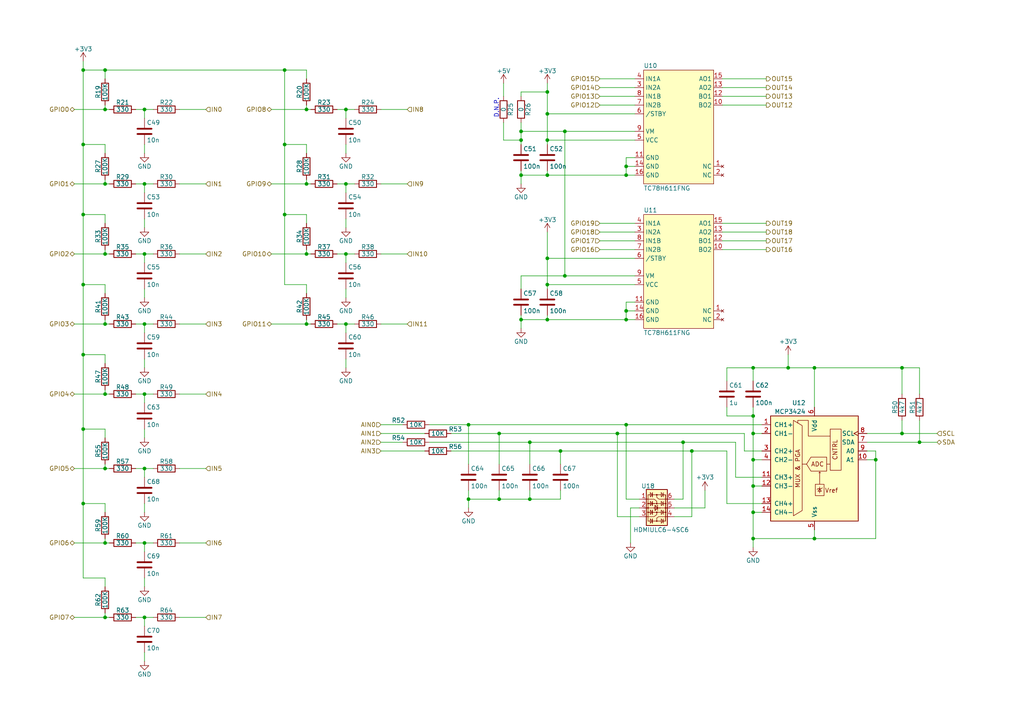
<source format=kicad_sch>
(kicad_sch (version 20211123) (generator eeschema)
  (paper "A4")
  (title_block (title "FlightSimController") (date "2022-12-05") (rev "A") (company "https://github.com/peterheinrich/FlightSimController") (comment 4 "License: CERN-OHL-P v2"))
  (lib_symbols
    (symbol "Analog_ADC:MCP3424" (pin_names (offset 1.016))
      (property "Reference" "U" (at -2.54 11.43 0))
      (property "Value" "MCP3424" (at -2.54 8.89 0))
      (symbol "MCP3424_0_0"
        (text "ADC" (at 0.889 -6.35 0) (effects (font (size 1.27 1.27))))
        (text "CNTRL" (at 6.731 -5.207 900) (effects (font (size 1.27 1.27)) (justify left bottom)))
        (text "MUX & PGA" (at -4.826 -7.62 900) (effects (font (size 1.27 1.27))))
        (text "Vref" (at 4.953 -13.97 0) (effects (font (size 1.27 1.27))))
      )
      (symbol "MCP3424_1_1"
        (pin input line (at -15.24 5.08 0) (length 2.54) (name "CH1+") (number "1"))
        (pin input line (at 15.24 -5.08 180) (length 2.54) (name "A1") (number "10"))
        (pin input line (at -15.24 -10.16 0) (length 2.54) (name "CH3+") (number "11"))
        (pin input line (at -15.24 -12.7 0) (length 2.54) (name "CH3-") (number "12"))
        (pin input line (at -15.24 -17.78 0) (length 2.54) (name "CH4+") (number "13"))
        (pin input line (at -15.24 -20.32 0) (length 2.54) (name "CH4-") (number "14"))
        (pin input line (at -15.24 2.54 0) (length 2.54) (name "CH1-") (number "2"))
        (pin input line (at -15.24 -2.54 0) (length 2.54) (name "CH2+") (number "3"))
        (pin input line (at -15.24 -5.08 0) (length 2.54) (name "CH2-") (number "4"))
        (pin power_in line (at 0 -25.4 90) (length 2.54) (name "Vss") (number "5"))
        (pin power_in line (at 0 10.16 270) (length 2.54) (name "Vdd") (number "6"))
        (pin bidirectional line (at 15.24 0 180) (length 2.54) (name "SDA") (number "7"))
        (pin input clock (at 15.24 2.54 180) (length 2.54) (name "SCL") (number "8"))
        (pin input line (at 15.24 -2.54 180) (length 2.54) (name "A0") (number "9"))
      )
    )
    (symbol "Device:C" (pin_numbers hide) (pin_names (offset 0.254))
      (property "Reference" "C" (at 0.635 2.54 0))
      (property "Value" "C" (at 0.635 -2.54 0))
      (symbol "C_1_1"
        (pin passive line (at 0 3.81 270) (length 2.794) (name "~") (number "1"))
        (pin passive line (at 0 -3.81 90) (length 2.794) (name "~") (number "2"))
      )
    )
    (symbol "Device:R" (pin_numbers hide) (pin_names (offset 0))
      (property "Reference" "R" (at 2.032 0 90))
      (property "Value" "R" (at 0 0 90))
      (symbol "R_1_1"
        (pin passive line (at 0 3.81 270) (length 1.27) (name "~") (number "1"))
        (pin passive line (at 0 -3.81 90) (length 1.27) (name "~") (number "2"))
      )
    )
    (symbol "HDMIULC6:HDMIULC6-4SC6"
      (property "Reference" "U" (at -6.985 -2.54 0))
      (property "Value" "HDMIULC6-4SC6" (at 6.35 1.27 90))
      (symbol "HDMIULC6-4SC6_1_1"
        (pin passive line (at -2.54 -5.08 90) (length 2.54) (name "~") (number "1"))
        (pin passive line (at 0 -5.08 90) (length 2.54) (name "~") (number "2"))
        (pin passive line (at 2.54 -5.08 90) (length 2.54) (name "~") (number "3"))
        (pin passive line (at 2.54 5.08 270) (length 2.54) (name "~") (number "4"))
        (pin passive line (at 0 5.08 270) (length 2.54) (name "~") (number "5"))
        (pin passive line (at -2.54 5.08 270) (length 2.54) (name "~") (number "6"))
      )
    )
    (symbol "TC78H611FNG:TC78H611FNG"
      (property "Reference" "U" (at 0 1.27 0))
      (property "Value" "TC78H611FNG" (at 0 -34.29 0))
      (symbol "TC78H611FNG_1_1"
        (pin no_connect line (at 22.86 -27.94 180) (length 2.54) (name "NC") (number "1"))
        (pin output line (at 22.86 -10.16 180) (length 2.54) (name "BO2") (number "10"))
        (pin power_in line (at -2.54 -25.4 0) (length 2.54) (name "GND") (number "11"))
        (pin output line (at 22.86 -7.62 180) (length 2.54) (name "BO1") (number "12"))
        (pin output line (at 22.86 -5.08 180) (length 2.54) (name "AO2") (number "13"))
        (pin power_in line (at -2.54 -27.94 0) (length 2.54) (name "GND") (number "14"))
        (pin output line (at 22.86 -2.54 180) (length 2.54) (name "AO1") (number "15"))
        (pin power_in line (at -2.54 -30.48 0) (length 2.54) (name "GND") (number "16"))
        (pin no_connect line (at 22.86 -30.48 180) (length 2.54) (name "NC") (number "2"))
        (pin input line (at -2.54 -5.08 0) (length 2.54) (name "IN2A") (number "3"))
        (pin input line (at -2.54 -2.54 0) (length 2.54) (name "IN1A") (number "4"))
        (pin power_in line (at -2.54 -20.32 0) (length 2.54) (name "VCC") (number "5"))
        (pin input line (at -2.54 -12.7 0) (length 2.54) (name "/STBY") (number "6"))
        (pin input line (at -2.54 -10.16 0) (length 2.54) (name "IN2B") (number "7"))
        (pin input line (at -2.54 -7.62 0) (length 2.54) (name "IN1B") (number "8"))
        (pin power_in line (at -2.54 -17.78 0) (length 2.54) (name "VM") (number "9"))
      )
    )
    (symbol "power:+3V3" (power) (pin_names (offset 0))
      (property "Value" "+3V3" (at 0 3.556 0))
      (symbol "+3V3_1_1"
        (pin power_in line (at 0 0 90) (length 0) hide (name "+3V3") (number "1"))
      )
    )
    (symbol "power:+5V" (power) (pin_names (offset 0))
      (property "Value" "+5V" (at 0 3.556 0))
      (symbol "+5V_1_1"
        (pin power_in line (at 0 0 90) (length 0) hide (name "+5V") (number "1"))
      )
    )
    (symbol "power:GND" (power) (pin_names (offset 0))
      (property "Value" "GND" (at 0 -3.81 0))
      (symbol "GND_1_1"
        (pin power_in line (at 0 0 270) (length 0) hide (name "GND") (number "1"))
      )
    )
  )
  (junction (at 158.75 74.93))
  (junction (at 100.33 93.98))
  (junction (at 24.13 102.87))
  (junction (at 266.7 128.27))
  (junction (at 218.44 156.21))
  (junction (at 218.44 106.68))
  (junction (at 261.62 125.73))
  (junction (at 236.22 106.68))
  (junction (at 236.22 156.21))
  (junction (at 88.9 53.34))
  (junction (at 41.91 135.89))
  (junction (at 100.33 31.75))
  (junction (at 151.13 92.71))
  (junction (at 41.91 31.75))
  (junction (at 24.13 82.55))
  (junction (at 30.48 31.75))
  (junction (at 135.89 144.78))
  (junction (at 41.91 179.07))
  (junction (at 30.48 53.34))
  (junction (at 181.61 50.8))
  (junction (at 163.83 38.1))
  (junction (at 30.48 157.48))
  (junction (at 158.75 33.02))
  (junction (at 82.55 62.23))
  (junction (at 88.9 93.98))
  (junction (at 181.61 123.19))
  (junction (at 30.48 73.66))
  (junction (at 158.75 92.71))
  (junction (at 41.91 157.48))
  (junction (at 82.55 20.32))
  (junction (at 30.48 114.3))
  (junction (at 41.91 73.66))
  (junction (at 144.78 125.73))
  (junction (at 228.6 106.68))
  (junction (at 158.75 26.67))
  (junction (at 218.44 148.59))
  (junction (at 151.13 40.64))
  (junction (at 30.48 93.98))
  (junction (at 158.75 40.64))
  (junction (at 181.61 92.71))
  (junction (at 151.13 38.1))
  (junction (at 24.13 41.91))
  (junction (at 179.07 125.73))
  (junction (at 88.9 73.66))
  (junction (at 254 133.35))
  (junction (at 218.44 140.97))
  (junction (at 144.78 144.78))
  (junction (at 181.61 90.17))
  (junction (at 41.91 114.3))
  (junction (at 261.62 106.68))
  (junction (at 151.13 50.8))
  (junction (at 30.48 179.07))
  (junction (at 162.56 130.81))
  (junction (at 24.13 146.05))
  (junction (at 153.67 144.78))
  (junction (at 218.44 125.73))
  (junction (at 24.13 62.23))
  (junction (at 153.67 128.27))
  (junction (at 30.48 135.89))
  (junction (at 200.66 130.81))
  (junction (at 82.55 41.91))
  (junction (at 24.13 20.32))
  (junction (at 181.61 48.26))
  (junction (at 100.33 73.66))
  (junction (at 198.12 128.27))
  (junction (at 41.91 93.98))
  (junction (at 158.75 82.55))
  (junction (at 41.91 53.34))
  (junction (at 218.44 133.35))
  (junction (at 88.9 31.75))
  (junction (at 100.33 53.34))
  (junction (at 30.48 20.32))
  (junction (at 218.44 120.65))
  (junction (at 135.89 123.19))
  (junction (at 158.75 50.8))
  (junction (at 24.13 124.46))
  (junction (at 163.83 80.01))
  (wire (pts (xy 163.83 80.01) (xy 184.15 80.01)))
  (wire (pts (xy 195.58 147.32) (xy 204.47 147.32)))
  (wire (pts (xy 261.62 121.92) (xy 261.62 125.73)))
  (wire (pts (xy 110.49 123.19) (xy 116.84 123.19)))
  (wire (pts (xy 110.49 130.81) (xy 123.19 130.81)))
  (wire (pts (xy 41.91 135.89) (xy 41.91 138.43)))
  (wire (pts (xy 97.79 73.66) (xy 100.33 73.66)))
  (wire (pts (xy 41.91 31.75) (xy 41.91 34.29)))
  (wire (pts (xy 41.91 83.82) (xy 41.91 86.36)))
  (wire (pts (xy 24.13 102.87) (xy 30.48 102.87)))
  (wire (pts (xy 30.48 167.64) (xy 30.48 170.18)))
  (wire (pts (xy 41.91 179.07) (xy 41.91 181.61)))
  (wire (pts (xy 41.91 104.14) (xy 41.91 106.68)))
  (wire (pts (xy 41.91 157.48) (xy 44.45 157.48)))
  (wire (pts (xy 144.78 144.78) (xy 153.67 144.78)))
  (wire (pts (xy 158.75 33.02) (xy 184.15 33.02)))
  (wire (pts (xy 41.91 179.07) (xy 44.45 179.07)))
  (wire (pts (xy 181.61 48.26) (xy 181.61 50.8)))
  (wire (pts (xy 78.74 73.66) (xy 88.9 73.66)))
  (wire (pts (xy 254 156.21) (xy 236.22 156.21)))
  (wire (pts (xy 21.59 31.75) (xy 30.48 31.75)))
  (wire (pts (xy 158.75 82.55) (xy 158.75 83.82)))
  (wire (pts (xy 151.13 92.71) (xy 151.13 95.25)))
  (wire (pts (xy 24.13 41.91) (xy 30.48 41.91)))
  (wire (pts (xy 82.55 62.23) (xy 82.55 82.55)))
  (wire (pts (xy 41.91 114.3) (xy 41.91 116.84)))
  (wire (pts (xy 88.9 53.34) (xy 90.17 53.34)))
  (wire (pts (xy 24.13 146.05) (xy 24.13 167.64)))
  (wire (pts (xy 200.66 130.81) (xy 210.82 130.81)))
  (wire (pts (xy 198.12 128.27) (xy 213.36 128.27)))
  (wire (pts (xy 204.47 147.32) (xy 204.47 142.24)))
  (wire (pts (xy 228.6 102.87) (xy 228.6 106.68)))
  (wire (pts (xy 261.62 106.68) (xy 236.22 106.68)))
  (wire (pts (xy 52.07 135.89) (xy 59.69 135.89)))
  (wire (pts (xy 209.55 69.85) (xy 222.25 69.85)))
  (wire (pts (xy 30.48 53.34) (xy 31.75 53.34)))
  (wire (pts (xy 135.89 144.78) (xy 144.78 144.78)))
  (wire (pts (xy 228.6 106.68) (xy 236.22 106.68)))
  (wire (pts (xy 209.55 22.86) (xy 222.25 22.86)))
  (wire (pts (xy 52.07 73.66) (xy 59.69 73.66)))
  (wire (pts (xy 41.91 73.66) (xy 44.45 73.66)))
  (wire (pts (xy 210.82 146.05) (xy 210.82 130.81)))
  (wire (pts (xy 21.59 53.34) (xy 30.48 53.34)))
  (wire (pts (xy 100.33 53.34) (xy 100.33 55.88)))
  (wire (pts (xy 135.89 123.19) (xy 135.89 134.62)))
  (wire (pts (xy 110.49 128.27) (xy 116.84 128.27)))
  (wire (pts (xy 200.66 149.86) (xy 200.66 130.81)))
  (wire (pts (xy 251.46 125.73) (xy 261.62 125.73)))
  (wire (pts (xy 151.13 38.1) (xy 151.13 40.64)))
  (wire (pts (xy 198.12 144.78) (xy 198.12 128.27)))
  (wire (pts (xy 266.7 128.27) (xy 271.78 128.27)))
  (wire (pts (xy 41.91 114.3) (xy 44.45 114.3)))
  (wire (pts (xy 30.48 31.75) (xy 31.75 31.75)))
  (wire (pts (xy 30.48 148.59) (xy 30.48 146.05)))
  (wire (pts (xy 251.46 128.27) (xy 266.7 128.27)))
  (wire (pts (xy 158.75 24.13) (xy 158.75 26.67)))
  (wire (pts (xy 24.13 146.05) (xy 30.48 146.05)))
  (wire (pts (xy 218.44 140.97) (xy 218.44 148.59)))
  (wire (pts (xy 100.33 31.75) (xy 100.33 34.29)))
  (wire (pts (xy 82.55 41.91) (xy 82.55 62.23)))
  (wire (pts (xy 100.33 83.82) (xy 100.33 86.36)))
  (wire (pts (xy 30.48 114.3) (xy 31.75 114.3)))
  (wire (pts (xy 30.48 92.71) (xy 30.48 93.98)))
  (wire (pts (xy 41.91 146.05) (xy 41.91 148.59)))
  (wire (pts (xy 88.9 93.98) (xy 90.17 93.98)))
  (wire (pts (xy 41.91 73.66) (xy 41.91 76.2)))
  (wire (pts (xy 151.13 80.01) (xy 163.83 80.01)))
  (wire (pts (xy 110.49 125.73) (xy 123.19 125.73)))
  (wire (pts (xy 162.56 142.24) (xy 162.56 144.78)))
  (wire (pts (xy 41.91 93.98) (xy 41.91 96.52)))
  (wire (pts (xy 39.37 31.75) (xy 41.91 31.75)))
  (wire (pts (xy 82.55 20.32) (xy 88.9 20.32)))
  (wire (pts (xy 30.48 20.32) (xy 82.55 20.32)))
  (wire (pts (xy 158.75 40.64) (xy 158.75 41.91)))
  (wire (pts (xy 82.55 41.91) (xy 88.9 41.91)))
  (wire (pts (xy 210.82 120.65) (xy 218.44 120.65)))
  (wire (pts (xy 30.48 93.98) (xy 31.75 93.98)))
  (wire (pts (xy 30.48 135.89) (xy 31.75 135.89)))
  (wire (pts (xy 21.59 114.3) (xy 30.48 114.3)))
  (wire (pts (xy 30.48 30.48) (xy 30.48 31.75)))
  (wire (pts (xy 162.56 130.81) (xy 162.56 134.62)))
  (wire (pts (xy 158.75 74.93) (xy 184.15 74.93)))
  (wire (pts (xy 100.33 73.66) (xy 100.33 76.2)))
  (wire (pts (xy 30.48 22.86) (xy 30.48 20.32)))
  (wire (pts (xy 130.81 130.81) (xy 162.56 130.81)))
  (wire (pts (xy 220.98 138.43) (xy 213.36 138.43)))
  (wire (pts (xy 21.59 135.89) (xy 30.48 135.89)))
  (wire (pts (xy 209.55 64.77) (xy 222.25 64.77)))
  (wire (pts (xy 41.91 53.34) (xy 44.45 53.34)))
  (wire (pts (xy 88.9 73.66) (xy 90.17 73.66)))
  (wire (pts (xy 146.05 35.56) (xy 146.05 40.64)))
  (wire (pts (xy 24.13 17.78) (xy 24.13 20.32)))
  (wire (pts (xy 181.61 123.19) (xy 220.98 123.19)))
  (wire (pts (xy 21.59 157.48) (xy 30.48 157.48)))
  (wire (pts (xy 24.13 62.23) (xy 24.13 82.55)))
  (wire (pts (xy 41.91 167.64) (xy 41.91 170.18)))
  (wire (pts (xy 41.91 135.89) (xy 44.45 135.89)))
  (wire (pts (xy 52.07 114.3) (xy 59.69 114.3)))
  (wire (pts (xy 24.13 82.55) (xy 30.48 82.55)))
  (wire (pts (xy 158.75 40.64) (xy 184.15 40.64)))
  (wire (pts (xy 88.9 82.55) (xy 88.9 85.09)))
  (wire (pts (xy 100.33 93.98) (xy 100.33 96.52)))
  (wire (pts (xy 254 130.81) (xy 254 133.35)))
  (wire (pts (xy 30.48 85.09) (xy 30.48 82.55)))
  (wire (pts (xy 30.48 44.45) (xy 30.48 41.91)))
  (wire (pts (xy 213.36 138.43) (xy 213.36 128.27)))
  (wire (pts (xy 195.58 144.78) (xy 198.12 144.78)))
  (wire (pts (xy 266.7 106.68) (xy 261.62 106.68)))
  (wire (pts (xy 151.13 80.01) (xy 151.13 83.82)))
  (wire (pts (xy 179.07 125.73) (xy 215.9 125.73)))
  (wire (pts (xy 218.44 106.68) (xy 218.44 110.49)))
  (wire (pts (xy 209.55 30.48) (xy 222.25 30.48)))
  (wire (pts (xy 173.99 64.77) (xy 184.15 64.77)))
  (wire (pts (xy 173.99 69.85) (xy 184.15 69.85)))
  (wire (pts (xy 110.49 31.75) (xy 118.11 31.75)))
  (wire (pts (xy 181.61 144.78) (xy 181.61 123.19)))
  (wire (pts (xy 41.91 189.23) (xy 41.91 191.77)))
  (wire (pts (xy 236.22 106.68) (xy 236.22 118.11)))
  (wire (pts (xy 209.55 72.39) (xy 222.25 72.39)))
  (wire (pts (xy 218.44 148.59) (xy 218.44 156.21)))
  (wire (pts (xy 218.44 140.97) (xy 220.98 140.97)))
  (wire (pts (xy 39.37 114.3) (xy 41.91 114.3)))
  (wire (pts (xy 24.13 20.32) (xy 30.48 20.32)))
  (wire (pts (xy 153.67 144.78) (xy 162.56 144.78)))
  (wire (pts (xy 151.13 50.8) (xy 151.13 53.34)))
  (wire (pts (xy 135.89 144.78) (xy 135.89 147.32)))
  (wire (pts (xy 88.9 62.23) (xy 88.9 64.77)))
  (wire (pts (xy 39.37 179.07) (xy 41.91 179.07)))
  (wire (pts (xy 163.83 38.1) (xy 184.15 38.1)))
  (wire (pts (xy 30.48 127) (xy 30.48 124.46)))
  (wire (pts (xy 173.99 72.39) (xy 184.15 72.39)))
  (wire (pts (xy 88.9 72.39) (xy 88.9 73.66)))
  (wire (pts (xy 162.56 130.81) (xy 200.66 130.81)))
  (wire (pts (xy 30.48 52.07) (xy 30.48 53.34)))
  (wire (pts (xy 24.13 41.91) (xy 24.13 62.23)))
  (wire (pts (xy 215.9 125.73) (xy 215.9 130.81)))
  (wire (pts (xy 88.9 52.07) (xy 88.9 53.34)))
  (wire (pts (xy 173.99 27.94) (xy 184.15 27.94)))
  (wire (pts (xy 210.82 118.11) (xy 210.82 120.65)))
  (wire (pts (xy 184.15 90.17) (xy 181.61 90.17)))
  (wire (pts (xy 184.15 45.72) (xy 181.61 45.72)))
  (wire (pts (xy 144.78 125.73) (xy 144.78 134.62)))
  (wire (pts (xy 52.07 31.75) (xy 59.69 31.75)))
  (wire (pts (xy 39.37 53.34) (xy 41.91 53.34)))
  (wire (pts (xy 39.37 93.98) (xy 41.91 93.98)))
  (wire (pts (xy 236.22 153.67) (xy 236.22 156.21)))
  (wire (pts (xy 261.62 114.3) (xy 261.62 106.68)))
  (wire (pts (xy 135.89 123.19) (xy 181.61 123.19)))
  (wire (pts (xy 151.13 35.56) (xy 151.13 38.1)))
  (wire (pts (xy 151.13 92.71) (xy 158.75 92.71)))
  (wire (pts (xy 218.44 106.68) (xy 228.6 106.68)))
  (wire (pts (xy 181.61 45.72) (xy 181.61 48.26)))
  (wire (pts (xy 24.13 20.32) (xy 24.13 41.91)))
  (wire (pts (xy 52.07 179.07) (xy 59.69 179.07)))
  (wire (pts (xy 88.9 20.32) (xy 88.9 22.86)))
  (wire (pts (xy 88.9 31.75) (xy 90.17 31.75)))
  (wire (pts (xy 220.98 146.05) (xy 210.82 146.05)))
  (wire (pts (xy 78.74 31.75) (xy 88.9 31.75)))
  (wire (pts (xy 151.13 91.44) (xy 151.13 92.71)))
  (wire (pts (xy 218.44 148.59) (xy 220.98 148.59)))
  (wire (pts (xy 218.44 133.35) (xy 220.98 133.35)))
  (wire (pts (xy 88.9 41.91) (xy 88.9 44.45)))
  (wire (pts (xy 158.75 82.55) (xy 184.15 82.55)))
  (wire (pts (xy 266.7 114.3) (xy 266.7 106.68)))
  (wire (pts (xy 181.61 90.17) (xy 181.61 92.71)))
  (wire (pts (xy 110.49 93.98) (xy 118.11 93.98)))
  (wire (pts (xy 209.55 27.94) (xy 222.25 27.94)))
  (wire (pts (xy 78.74 53.34) (xy 88.9 53.34)))
  (wire (pts (xy 110.49 53.34) (xy 118.11 53.34)))
  (wire (pts (xy 195.58 149.86) (xy 200.66 149.86)))
  (wire (pts (xy 21.59 73.66) (xy 30.48 73.66)))
  (wire (pts (xy 158.75 67.31) (xy 158.75 74.93)))
  (wire (pts (xy 251.46 133.35) (xy 254 133.35)))
  (wire (pts (xy 151.13 40.64) (xy 151.13 41.91)))
  (wire (pts (xy 218.44 133.35) (xy 218.44 140.97)))
  (wire (pts (xy 218.44 120.65) (xy 218.44 125.73)))
  (wire (pts (xy 130.81 125.73) (xy 144.78 125.73)))
  (wire (pts (xy 41.91 93.98) (xy 44.45 93.98)))
  (wire (pts (xy 21.59 179.07) (xy 30.48 179.07)))
  (wire (pts (xy 151.13 49.53) (xy 151.13 50.8)))
  (wire (pts (xy 218.44 118.11) (xy 218.44 120.65)))
  (wire (pts (xy 184.15 87.63) (xy 181.61 87.63)))
  (wire (pts (xy 41.91 31.75) (xy 44.45 31.75)))
  (wire (pts (xy 30.48 157.48) (xy 31.75 157.48)))
  (wire (pts (xy 97.79 31.75) (xy 100.33 31.75)))
  (wire (pts (xy 151.13 26.67) (xy 151.13 27.94)))
  (wire (pts (xy 182.88 147.32) (xy 185.42 147.32)))
  (wire (pts (xy 158.75 91.44) (xy 158.75 92.71)))
  (wire (pts (xy 251.46 130.81) (xy 254 130.81)))
  (wire (pts (xy 97.79 53.34) (xy 100.33 53.34)))
  (wire (pts (xy 209.55 67.31) (xy 222.25 67.31)))
  (wire (pts (xy 21.59 93.98) (xy 30.48 93.98)))
  (wire (pts (xy 135.89 142.24) (xy 135.89 144.78)))
  (wire (pts (xy 173.99 67.31) (xy 184.15 67.31)))
  (wire (pts (xy 151.13 38.1) (xy 163.83 38.1)))
  (wire (pts (xy 182.88 157.48) (xy 182.88 147.32)))
  (wire (pts (xy 218.44 156.21) (xy 218.44 158.75)))
  (wire (pts (xy 144.78 142.24) (xy 144.78 144.78)))
  (wire (pts (xy 144.78 125.73) (xy 179.07 125.73)))
  (wire (pts (xy 82.55 62.23) (xy 88.9 62.23)))
  (wire (pts (xy 218.44 156.21) (xy 236.22 156.21)))
  (wire (pts (xy 173.99 25.4) (xy 184.15 25.4)))
  (wire (pts (xy 100.33 63.5) (xy 100.33 66.04)))
  (wire (pts (xy 82.55 20.32) (xy 82.55 41.91)))
  (wire (pts (xy 185.42 144.78) (xy 181.61 144.78)))
  (wire (pts (xy 181.61 92.71) (xy 184.15 92.71)))
  (wire (pts (xy 30.48 179.07) (xy 31.75 179.07)))
  (wire (pts (xy 209.55 25.4) (xy 222.25 25.4)))
  (wire (pts (xy 100.33 53.34) (xy 102.87 53.34)))
  (wire (pts (xy 100.33 93.98) (xy 102.87 93.98)))
  (wire (pts (xy 261.62 125.73) (xy 271.78 125.73)))
  (wire (pts (xy 24.13 62.23) (xy 30.48 62.23)))
  (wire (pts (xy 24.13 167.64) (xy 30.48 167.64)))
  (wire (pts (xy 100.33 73.66) (xy 102.87 73.66)))
  (wire (pts (xy 181.61 87.63) (xy 181.61 90.17)))
  (wire (pts (xy 24.13 124.46) (xy 24.13 146.05)))
  (wire (pts (xy 41.91 53.34) (xy 41.91 55.88)))
  (wire (pts (xy 266.7 121.92) (xy 266.7 128.27)))
  (wire (pts (xy 158.75 92.71) (xy 181.61 92.71)))
  (wire (pts (xy 100.33 104.14) (xy 100.33 106.68)))
  (wire (pts (xy 173.99 30.48) (xy 184.15 30.48)))
  (wire (pts (xy 158.75 33.02) (xy 158.75 40.64)))
  (wire (pts (xy 41.91 41.91) (xy 41.91 44.45)))
  (wire (pts (xy 153.67 128.27) (xy 153.67 134.62)))
  (wire (pts (xy 30.48 64.77) (xy 30.48 62.23)))
  (wire (pts (xy 124.46 128.27) (xy 153.67 128.27)))
  (wire (pts (xy 158.75 26.67) (xy 158.75 33.02)))
  (wire (pts (xy 146.05 24.13) (xy 146.05 27.94)))
  (wire (pts (xy 78.74 93.98) (xy 88.9 93.98)))
  (wire (pts (xy 158.75 49.53) (xy 158.75 50.8)))
  (wire (pts (xy 179.07 125.73) (xy 179.07 149.86)))
  (wire (pts (xy 41.91 63.5) (xy 41.91 66.04)))
  (wire (pts (xy 39.37 135.89) (xy 41.91 135.89)))
  (wire (pts (xy 30.48 73.66) (xy 31.75 73.66)))
  (wire (pts (xy 52.07 157.48) (xy 59.69 157.48)))
  (wire (pts (xy 220.98 125.73) (xy 218.44 125.73)))
  (wire (pts (xy 124.46 123.19) (xy 135.89 123.19)))
  (wire (pts (xy 153.67 142.24) (xy 153.67 144.78)))
  (wire (pts (xy 185.42 149.86) (xy 179.07 149.86)))
  (wire (pts (xy 30.48 177.8) (xy 30.48 179.07)))
  (wire (pts (xy 52.07 93.98) (xy 59.69 93.98)))
  (wire (pts (xy 30.48 113.03) (xy 30.48 114.3)))
  (wire (pts (xy 151.13 50.8) (xy 158.75 50.8)))
  (wire (pts (xy 163.83 38.1) (xy 163.83 80.01)))
  (wire (pts (xy 39.37 157.48) (xy 41.91 157.48)))
  (wire (pts (xy 158.75 50.8) (xy 181.61 50.8)))
  (wire (pts (xy 88.9 92.71) (xy 88.9 93.98)))
  (wire (pts (xy 97.79 93.98) (xy 100.33 93.98)))
  (wire (pts (xy 24.13 82.55) (xy 24.13 102.87)))
  (wire (pts (xy 24.13 124.46) (xy 30.48 124.46)))
  (wire (pts (xy 30.48 156.21) (xy 30.48 157.48)))
  (wire (pts (xy 158.75 26.67) (xy 151.13 26.67)))
  (wire (pts (xy 210.82 106.68) (xy 218.44 106.68)))
  (wire (pts (xy 254 133.35) (xy 254 156.21)))
  (wire (pts (xy 218.44 125.73) (xy 218.44 133.35)))
  (wire (pts (xy 41.91 157.48) (xy 41.91 160.02)))
  (wire (pts (xy 173.99 22.86) (xy 184.15 22.86)))
  (wire (pts (xy 30.48 105.41) (xy 30.48 102.87)))
  (wire (pts (xy 30.48 72.39) (xy 30.48 73.66)))
  (wire (pts (xy 52.07 53.34) (xy 59.69 53.34)))
  (wire (pts (xy 41.91 124.46) (xy 41.91 127)))
  (wire (pts (xy 110.49 73.66) (xy 118.11 73.66)))
  (wire (pts (xy 88.9 30.48) (xy 88.9 31.75)))
  (wire (pts (xy 24.13 102.87) (xy 24.13 124.46)))
  (wire (pts (xy 100.33 31.75) (xy 102.87 31.75)))
  (wire (pts (xy 39.37 73.66) (xy 41.91 73.66)))
  (wire (pts (xy 158.75 74.93) (xy 158.75 82.55)))
  (wire (pts (xy 146.05 40.64) (xy 151.13 40.64)))
  (wire (pts (xy 153.67 128.27) (xy 198.12 128.27)))
  (wire (pts (xy 215.9 130.81) (xy 220.98 130.81)))
  (wire (pts (xy 184.15 48.26) (xy 181.61 48.26)))
  (wire (pts (xy 100.33 41.91) (xy 100.33 44.45)))
  (wire (pts (xy 82.55 82.55) (xy 88.9 82.55)))
  (wire (pts (xy 30.48 134.62) (xy 30.48 135.89)))
  (wire (pts (xy 181.61 50.8) (xy 184.15 50.8)))
  (wire (pts (xy 210.82 106.68) (xy 210.82 110.49)))
  (text "D.N.P." (at 144.78 34.29 90) (effects (font (size 1.27 1.27)) (justify left bottom)))
  (hierarchical_label "GPIO14" (shape input) (at 173.99 25.4 180))
  (hierarchical_label "GPIO16" (shape input) (at 173.99 72.39 180))
  (hierarchical_label "GPIO5" (shape bidirectional) (at 21.59 135.89 180))
  (hierarchical_label "GPIO7" (shape bidirectional) (at 21.59 179.07 180))
  (hierarchical_label "GPIO12" (shape input) (at 173.99 30.48 180))
  (hierarchical_label "AIN0" (shape input) (at 110.49 123.19 180))
  (hierarchical_label "OUT18" (shape output) (at 222.25 67.31 0))
  (hierarchical_label "AIN3" (shape input) (at 110.49 130.81 180))
  (hierarchical_label "IN10" (shape input) (at 118.11 73.66 0))
  (hierarchical_label "OUT17" (shape output) (at 222.25 69.85 0))
  (hierarchical_label "OUT15" (shape output) (at 222.25 22.86 0))
  (hierarchical_label "GPIO13" (shape input) (at 173.99 27.94 180))
  (hierarchical_label "IN0" (shape input) (at 59.69 31.75 0))
  (hierarchical_label "AIN1" (shape input) (at 110.49 125.73 180))
  (hierarchical_label "AIN2" (shape input) (at 110.49 128.27 180))
  (hierarchical_label "GPIO11" (shape bidirectional) (at 78.74 93.98 180))
  (hierarchical_label "GPIO0" (shape bidirectional) (at 21.59 31.75 180))
  (hierarchical_label "GPIO1" (shape bidirectional) (at 21.59 53.34 180))
  (hierarchical_label "OUT13" (shape output) (at 222.25 27.94 0))
  (hierarchical_label "IN6" (shape input) (at 59.69 157.48 0))
  (hierarchical_label "GPIO17" (shape input) (at 173.99 69.85 180))
  (hierarchical_label "IN11" (shape input) (at 118.11 93.98 0))
  (hierarchical_label "IN3" (shape input) (at 59.69 93.98 0))
  (hierarchical_label "GPIO6" (shape bidirectional) (at 21.59 157.48 180))
  (hierarchical_label "IN4" (shape input) (at 59.69 114.3 0))
  (hierarchical_label "OUT16" (shape output) (at 222.25 72.39 0))
  (hierarchical_label "GPIO9" (shape bidirectional) (at 78.74 53.34 180))
  (hierarchical_label "IN1" (shape input) (at 59.69 53.34 0))
  (hierarchical_label "IN9" (shape input) (at 118.11 53.34 0))
  (hierarchical_label "SDA" (shape bidirectional) (at 271.78 128.27 0))
  (hierarchical_label "GPIO10" (shape bidirectional) (at 78.74 73.66 180))
  (hierarchical_label "OUT19" (shape output) (at 222.25 64.77 0))
  (hierarchical_label "IN7" (shape input) (at 59.69 179.07 0))
  (hierarchical_label "IN2" (shape input) (at 59.69 73.66 0))
  (hierarchical_label "GPIO8" (shape bidirectional) (at 78.74 31.75 180))
  (hierarchical_label "SCL" (shape input) (at 271.78 125.73 0))
  (hierarchical_label "GPIO18" (shape input) (at 173.99 67.31 180))
  (hierarchical_label "OUT12" (shape output) (at 222.25 30.48 0))
  (hierarchical_label "GPIO15" (shape input) (at 173.99 22.86 180))
  (hierarchical_label "GPIO19" (shape input) (at 173.99 64.77 180))
  (hierarchical_label "IN5" (shape input) (at 59.69 135.89 0))
  (hierarchical_label "GPIO4" (shape bidirectional) (at 21.59 114.3 180))
  (hierarchical_label "GPIO3" (shape bidirectional) (at 21.59 93.98 180))
  (hierarchical_label "IN8" (shape input) (at 118.11 31.75 0))
  (hierarchical_label "GPIO2" (shape bidirectional) (at 21.59 73.66 180))
  (hierarchical_label "OUT14" (shape output) (at 222.25 25.4 0))
  (symbol (lib_id "power:+5V") (at 146.05 24.13 0) (unit 1)
    (property "Reference" "#PWR067" (effects hide))
    (property "Value" "+5V" (at 146.05 20.574 0))
  )
  (symbol (lib_id "power:GND") (at 151.13 53.34 0) (unit 1)
    (property "Reference" "#PWR073" (effects hide))
    (property "Value" "GND" (at 151.13 57.15 0))
  )
  (symbol (lib_id "power:GND") (at 100.33 86.36 0) (unit 1)
    (property "Reference" "#PWR082" (effects hide))
    (property "Value" "GND" (at 100.33 90.17 0))
  )
  (symbol (lib_id "TC78H611FNG:TC78H611FNG") (at 186.69 20.32 0) (unit 1)
    (property "Reference" "U10" (at 186.69 19.05 0) (effects (justify left)))
    (property "Value" "TC78H611FNG" (at 186.69 54.61 0) (effects (justify left)))
    (property "Footprint" "Package_SO:TSSOP-16_4.4x5mm_P0.65mm" (effects hide))
    (property "MPN" "TC78H611FNG(O,EL)" (effects hide))
    (property "ON_FARNELL" "3869998" (effects hide))
  )
  (symbol (lib_id "Device:C") (at 41.91 80.01 0) (unit 1)
    (property "Reference" "C55" (at 42.545 77.47 0) (effects (justify left)))
    (property "Value" "10n" (at 42.545 82.55 0) (effects (justify left)))
    (property "Footprint" "Capacitor_SMD:C_0603_1608Metric_Pad1.08x0.95mm_HandSolder" (effects hide))
    (property "MPN" "CC0603KRX7R9BB103" (effects hide))
    (property "ON_FARNELL" "722236" (effects hide))
  )
  (symbol (lib_id "Device:C") (at 41.91 120.65 0) (unit 1)
    (property "Reference" "C63" (at 42.545 118.11 0) (effects (justify left)))
    (property "Value" "10n" (at 42.545 123.19 0) (effects (justify left)))
    (property "Footprint" "Capacitor_SMD:C_0603_1608Metric_Pad1.08x0.95mm_HandSolder" (effects hide))
    (property "MPN" "CC0603KRX7R9BB103" (effects hide))
    (property "ON_FARNELL" "722236" (effects hide))
  )
  (symbol (lib_id "Device:C") (at 162.56 138.43 0) (unit 1)
    (property "Reference" "C67" (at 163.195 135.89 0) (effects (justify left)))
    (property "Value" "100n" (at 163.195 140.97 0) (effects (justify left)))
    (property "Footprint" "Capacitor_SMD:C_0603_1608Metric_Pad1.08x0.95mm_HandSolder" (effects hide))
    (property "MPN" "C0603C104K4RACTU" (effects hide))
    (property "ON_FARNELL" "1414610" (effects hide))
  )
  (symbol (lib_id "Device:R") (at 127 125.73 90) (unit 1)
    (property "Reference" "R53" (at 132.08 124.46 90))
    (property "Value" "10K" (at 127 125.73 90))
    (property "Footprint" "Resistor_SMD:R_0603_1608Metric_Pad0.98x0.95mm_HandSolder" (effects hide))
    (property "MPN" "RC0603FR-0710KL" (effects hide))
    (property "ON_FARNELL" "9238603" (effects hide))
  )
  (symbol (lib_id "Device:R") (at 106.68 73.66 90) (unit 1)
    (property "Reference" "R38" (at 106.68 71.628 90))
    (property "Value" "330" (at 106.68 73.66 90))
    (property "Footprint" "Resistor_SMD:R_0603_1608Metric_Pad0.98x0.95mm_HandSolder" (effects hide))
    (property "MPN" "RC0603FR-07330RL" (effects hide))
    (property "ON_FARNELL" "9238425" (effects hide))
  )
  (symbol (lib_id "Device:C") (at 100.33 59.69 0) (unit 1)
    (property "Reference" "C54" (at 100.965 57.15 0) (effects (justify left)))
    (property "Value" "10n" (at 100.965 62.23 0) (effects (justify left)))
    (property "Footprint" "Capacitor_SMD:C_0603_1608Metric_Pad1.08x0.95mm_HandSolder" (effects hide))
    (property "MPN" "CC0603KRX7R9BB103" (effects hide))
    (property "ON_FARNELL" "722236" (effects hide))
  )
  (symbol (lib_id "Device:R") (at 30.48 48.26 180) (unit 1)
    (property "Reference" "R27" (at 28.448 48.26 90))
    (property "Value" "100K" (at 30.48 48.26 90))
    (property "Footprint" "Resistor_SMD:R_0603_1608Metric_Pad0.98x0.95mm_HandSolder" (effects hide))
    (property "MPN" "RC0603FR-13100KL" (effects hide))
    (property "ON_FARNELL" "2309107" (effects hide))
  )
  (symbol (lib_id "Device:R") (at 120.65 123.19 90) (unit 1)
    (property "Reference" "R52" (at 115.57 121.92 90))
    (property "Value" "10K" (at 120.65 123.19 90))
    (property "Footprint" "Resistor_SMD:R_0603_1608Metric_Pad0.98x0.95mm_HandSolder" (effects hide))
    (property "MPN" "RC0603FR-0710KL" (effects hide))
    (property "ON_FARNELL" "9238603" (effects hide))
  )
  (symbol (lib_id "Device:R") (at 48.26 179.07 90) (unit 1)
    (property "Reference" "R64" (at 48.26 177.038 90))
    (property "Value" "330" (at 48.26 179.07 90))
    (property "Footprint" "Resistor_SMD:R_0603_1608Metric_Pad0.98x0.95mm_HandSolder" (effects hide))
    (property "MPN" "RC0603FR-07330RL" (effects hide))
    (property "ON_FARNELL" "9238425" (effects hide))
  )
  (symbol (lib_id "power:GND") (at 41.91 44.45 0) (unit 1)
    (property "Reference" "#PWR069" (effects hide))
    (property "Value" "GND" (at 41.91 48.26 0))
  )
  (symbol (lib_id "Device:R") (at 35.56 157.48 90) (unit 1)
    (property "Reference" "R60" (at 35.56 155.448 90))
    (property "Value" "330" (at 35.56 157.48 90))
    (property "Footprint" "Resistor_SMD:R_0603_1608Metric_Pad0.98x0.95mm_HandSolder" (effects hide))
    (property "MPN" "RC0603FR-07330RL" (effects hide))
    (property "ON_FARNELL" "9238425" (effects hide))
  )
  (symbol (lib_id "Device:R") (at 48.26 73.66 90) (unit 1)
    (property "Reference" "R36" (at 48.26 71.628 90))
    (property "Value" "330" (at 48.26 73.66 90))
    (property "Footprint" "Resistor_SMD:R_0603_1608Metric_Pad0.98x0.95mm_HandSolder" (effects hide))
    (property "MPN" "RC0603FR-07330RL" (effects hide))
    (property "ON_FARNELL" "9238425" (effects hide))
  )
  (symbol (lib_id "power:GND") (at 41.91 191.77 0) (unit 1)
    (property "Reference" "#PWR098" (effects hide))
    (property "Value" "GND" (at 41.91 195.58 0))
  )
  (symbol (lib_id "Device:R") (at 88.9 26.67 180) (unit 1)
    (property "Reference" "R20" (at 86.868 26.67 90))
    (property "Value" "100K" (at 88.9 26.67 90))
    (property "Footprint" "Resistor_SMD:R_0603_1608Metric_Pad0.98x0.95mm_HandSolder" (effects hide))
    (property "MPN" "RC0603FR-13100KL" (effects hide))
    (property "ON_FARNELL" "2309107" (effects hide))
  )
  (symbol (lib_id "Device:R") (at 261.62 118.11 180) (unit 1)
    (property "Reference" "R50" (at 259.588 118.11 90))
    (property "Value" "4k7" (at 261.62 118.11 90))
    (property "Footprint" "Resistor_SMD:R_0603_1608Metric_Pad0.98x0.95mm_HandSolder" (effects hide))
    (property "MPN" "RC0603FR-074K7P" (effects hide))
    (property "ON_FARNELL" "3951355" (effects hide))
  )
  (symbol (lib_id "power:GND") (at 41.91 127 0) (unit 1)
    (property "Reference" "#PWR090" (effects hide))
    (property "Value" "GND" (at 41.91 130.81 0))
  )
  (symbol (lib_id "HDMIULC6:HDMIULC6-4SC6") (at 190.5 147.32 270) (unit 1)
    (property "Reference" "U18" (at 187.96 140.97 90))
    (property "Value" "HDMIULC6-4SC6" (at 191.77 153.67 90))
    (property "Footprint" "Package_TO_SOT_SMD:SOT-23-6" (effects hide))
    (property "MPN" "HDMIULC6-4SC6" (effects hide))
    (property "ON_FARNELL" "1751962" (effects hide))
  )
  (symbol (lib_id "Device:R") (at 35.56 135.89 90) (unit 1)
    (property "Reference" "R57" (at 35.56 133.858 90))
    (property "Value" "330" (at 35.56 135.89 90))
    (property "Footprint" "Resistor_SMD:R_0603_1608Metric_Pad0.98x0.95mm_HandSolder" (effects hide))
    (property "MPN" "RC0603FR-07330RL" (effects hide))
    (property "ON_FARNELL" "9238425" (effects hide))
  )
  (symbol (lib_id "Device:C") (at 41.91 185.42 0) (unit 1)
    (property "Reference" "C70" (at 42.545 182.88 0) (effects (justify left)))
    (property "Value" "10n" (at 42.545 187.96 0) (effects (justify left)))
    (property "Footprint" "Capacitor_SMD:C_0603_1608Metric_Pad1.08x0.95mm_HandSolder" (effects hide))
    (property "MPN" "CC0603KRX7R9BB103" (effects hide))
    (property "ON_FARNELL" "722236" (effects hide))
  )
  (symbol (lib_id "Device:C") (at 41.91 100.33 0) (unit 1)
    (property "Reference" "C59" (at 42.545 97.79 0) (effects (justify left)))
    (property "Value" "10n" (at 42.545 102.87 0) (effects (justify left)))
    (property "Footprint" "Capacitor_SMD:C_0603_1608Metric_Pad1.08x0.95mm_HandSolder" (effects hide))
    (property "MPN" "CC0603KRX7R9BB103" (effects hide))
    (property "ON_FARNELL" "722236" (effects hide))
  )
  (symbol (lib_id "Device:R") (at 127 130.81 90) (unit 1)
    (property "Reference" "R56" (at 132.08 129.54 90))
    (property "Value" "10K" (at 127 130.81 90))
    (property "Footprint" "Resistor_SMD:R_0603_1608Metric_Pad0.98x0.95mm_HandSolder" (effects hide))
    (property "MPN" "RC0603FR-0710KL" (effects hide))
    (property "ON_FARNELL" "9238603" (effects hide))
  )
  (symbol (lib_id "power:GND") (at 41.91 86.36 0) (unit 1)
    (property "Reference" "#PWR080" (effects hide))
    (property "Value" "GND" (at 41.91 90.17 0))
  )
  (symbol (lib_id "power:+3V3") (at 158.75 67.31 0) (unit 1)
    (property "Reference" "#PWR0110" (effects hide))
    (property "Value" "+3V3" (at 158.75 63.754 0))
  )
  (symbol (lib_id "Device:R") (at 88.9 68.58 180) (unit 1)
    (property "Reference" "R34" (at 86.868 68.58 90))
    (property "Value" "100K" (at 88.9 68.58 90))
    (property "Footprint" "Resistor_SMD:R_0603_1608Metric_Pad0.98x0.95mm_HandSolder" (effects hide))
    (property "MPN" "RC0603FR-13100KL" (effects hide))
    (property "ON_FARNELL" "2309107" (effects hide))
  )
  (symbol (lib_id "Device:R") (at 30.48 26.67 180) (unit 1)
    (property "Reference" "R19" (at 28.448 26.67 90))
    (property "Value" "100K" (at 30.48 26.67 90))
    (property "Footprint" "Resistor_SMD:R_0603_1608Metric_Pad0.98x0.95mm_HandSolder" (effects hide))
    (property "MPN" "RC0603FR-13100KL" (effects hide))
    (property "ON_FARNELL" "2309107" (effects hide))
  )
  (symbol (lib_id "Device:R") (at 35.56 114.3 90) (unit 1)
    (property "Reference" "R48" (at 35.56 112.268 90))
    (property "Value" "330" (at 35.56 114.3 90))
    (property "Footprint" "Resistor_SMD:R_0603_1608Metric_Pad0.98x0.95mm_HandSolder" (effects hide))
    (property "MPN" "RC0603FR-07330RL" (effects hide))
    (property "ON_FARNELL" "9238425" (effects hide))
  )
  (symbol (lib_id "Device:R") (at 35.56 53.34 90) (unit 1)
    (property "Reference" "R29" (at 35.56 51.308 90))
    (property "Value" "330" (at 35.56 53.34 90))
    (property "Footprint" "Resistor_SMD:R_0603_1608Metric_Pad0.98x0.95mm_HandSolder" (effects hide))
    (property "MPN" "RC0603FR-07330RL" (effects hide))
    (property "ON_FARNELL" "9238425" (effects hide))
  )
  (symbol (lib_id "Device:R") (at 35.56 93.98 90) (unit 1)
    (property "Reference" "R43" (at 35.56 91.948 90))
    (property "Value" "330" (at 35.56 93.98 90))
    (property "Footprint" "Resistor_SMD:R_0603_1608Metric_Pad0.98x0.95mm_HandSolder" (effects hide))
    (property "MPN" "RC0603FR-07330RL" (effects hide))
    (property "ON_FARNELL" "9238425" (effects hide))
  )
  (symbol (lib_id "Device:C") (at 41.91 142.24 0) (unit 1)
    (property "Reference" "C68" (at 42.545 139.7 0) (effects (justify left)))
    (property "Value" "10n" (at 42.545 144.78 0) (effects (justify left)))
    (property "Footprint" "Capacitor_SMD:C_0603_1608Metric_Pad1.08x0.95mm_HandSolder" (effects hide))
    (property "MPN" "CC0603KRX7R9BB103" (effects hide))
    (property "ON_FARNELL" "722236" (effects hide))
  )
  (symbol (lib_id "Device:R") (at 106.68 93.98 90) (unit 1)
    (property "Reference" "R46" (at 106.68 91.948 90))
    (property "Value" "330" (at 106.68 93.98 90))
    (property "Footprint" "Resistor_SMD:R_0603_1608Metric_Pad0.98x0.95mm_HandSolder" (effects hide))
    (property "MPN" "RC0603FR-07330RL" (effects hide))
    (property "ON_FARNELL" "9238425" (effects hide))
  )
  (symbol (lib_id "power:GND") (at 100.33 66.04 0) (unit 1)
    (property "Reference" "#PWR076" (effects hide))
    (property "Value" "GND" (at 100.33 69.85 0))
  )
  (symbol (lib_id "Device:R") (at 48.26 31.75 90) (unit 1)
    (property "Reference" "R22" (at 48.26 29.718 90))
    (property "Value" "330" (at 48.26 31.75 90))
    (property "Footprint" "Resistor_SMD:R_0603_1608Metric_Pad0.98x0.95mm_HandSolder" (effects hide))
    (property "MPN" "RC0603FR-07330RL" (effects hide))
    (property "ON_FARNELL" "9238425" (effects hide))
  )
  (symbol (lib_id "Device:C") (at 158.75 45.72 0) (unit 1)
    (property "Reference" "C52" (at 159.385 43.18 0) (effects (justify left)))
    (property "Value" "100n" (at 159.385 48.26 0) (effects (justify left)))
    (property "Footprint" "Capacitor_SMD:C_0603_1608Metric_Pad1.08x0.95mm_HandSolder" (effects hide))
    (property "MPN" "C0603C104K4RACTU" (effects hide))
    (property "ON_FARNELL" "1414610" (effects hide))
  )
  (symbol (lib_id "Device:R") (at 88.9 88.9 180) (unit 1)
    (property "Reference" "R42" (at 86.868 88.9 90))
    (property "Value" "100K" (at 88.9 88.9 90))
    (property "Footprint" "Resistor_SMD:R_0603_1608Metric_Pad0.98x0.95mm_HandSolder" (effects hide))
    (property "MPN" "RC0603FR-13100KL" (effects hide))
    (property "ON_FARNELL" "2309107" (effects hide))
  )
  (symbol (lib_id "power:GND") (at 41.91 170.18 0) (unit 1)
    (property "Reference" "#PWR096" (effects hide))
    (property "Value" "GND" (at 41.91 173.99 0))
  )
  (symbol (lib_id "Device:C") (at 151.13 45.72 0) (unit 1)
    (property "Reference" "C51" (at 151.765 43.18 0) (effects (justify left)))
    (property "Value" "100n" (at 151.765 48.26 0) (effects (justify left)))
    (property "Footprint" "Capacitor_SMD:C_0603_1608Metric_Pad1.08x0.95mm_HandSolder" (effects hide))
    (property "MPN" "C0603C104K4RACTU" (effects hide))
    (property "ON_FARNELL" "1414610" (effects hide))
  )
  (symbol (lib_id "Device:C") (at 210.82 114.3 0) (unit 1)
    (property "Reference" "C61" (at 211.455 111.76 0) (effects (justify left)))
    (property "Value" "1u" (at 211.455 116.84 0) (effects (justify left)))
    (property "Footprint" "Capacitor_SMD:C_0603_1608Metric_Pad1.08x0.95mm_HandSolder" (effects hide))
    (property "MPN" "CC0603KRX5R6BB105" (effects hide))
    (property "ON_FARNELL" "9402080" (effects hide))
  )
  (symbol (lib_id "power:GND") (at 100.33 106.68 0) (unit 1)
    (property "Reference" "#PWR088" (effects hide))
    (property "Value" "GND" (at 100.33 110.49 0))
  )
  (symbol (lib_id "power:GND") (at 182.88 157.48 0) (unit 1)
    (property "Reference" "#PWR0107" (effects hide))
    (property "Value" "GND" (at 182.88 161.29 0))
  )
  (symbol (lib_id "power:GND") (at 41.91 106.68 0) (unit 1)
    (property "Reference" "#PWR086" (effects hide))
    (property "Value" "GND" (at 41.91 110.49 0))
  )
  (symbol (lib_id "Device:R") (at 30.48 152.4 180) (unit 1)
    (property "Reference" "R59" (at 28.448 152.4 90))
    (property "Value" "100K" (at 30.48 152.4 90))
    (property "Footprint" "Resistor_SMD:R_0603_1608Metric_Pad0.98x0.95mm_HandSolder" (effects hide))
    (property "MPN" "RC0603FR-13100KL" (effects hide))
    (property "ON_FARNELL" "2309107" (effects hide))
  )
  (symbol (lib_id "Device:R") (at 30.48 130.81 180) (unit 1)
    (property "Reference" "R55" (at 28.448 130.81 90))
    (property "Value" "100K" (at 30.48 130.81 90))
    (property "Footprint" "Resistor_SMD:R_0603_1608Metric_Pad0.98x0.95mm_HandSolder" (effects hide))
    (property "MPN" "RC0603FR-13100KL" (effects hide))
    (property "ON_FARNELL" "2309107" (effects hide))
  )
  (symbol (lib_id "power:GND") (at 41.91 148.59 0) (unit 1)
    (property "Reference" "#PWR093" (effects hide))
    (property "Value" "GND" (at 41.91 152.4 0))
  )
  (symbol (lib_id "power:+3V3") (at 228.6 102.87 0) (unit 1)
    (property "Reference" "#PWR085" (effects hide))
    (property "Value" "+3V3" (at 228.6 99.06 0))
  )
  (symbol (lib_id "Device:C") (at 100.33 100.33 0) (unit 1)
    (property "Reference" "C60" (at 100.965 97.79 0) (effects (justify left)))
    (property "Value" "10n" (at 100.965 102.87 0) (effects (justify left)))
    (property "Footprint" "Capacitor_SMD:C_0603_1608Metric_Pad1.08x0.95mm_HandSolder" (effects hide))
    (property "MPN" "CC0603KRX7R9BB103" (effects hide))
    (property "ON_FARNELL" "722236" (effects hide))
  )
  (symbol (lib_id "Device:R") (at 93.98 31.75 90) (unit 1)
    (property "Reference" "R23" (at 93.98 29.718 90))
    (property "Value" "330" (at 93.98 31.75 90))
    (property "Footprint" "Resistor_SMD:R_0603_1608Metric_Pad0.98x0.95mm_HandSolder" (effects hide))
    (property "MPN" "RC0603FR-07330RL" (effects hide))
    (property "ON_FARNELL" "9238425" (effects hide))
  )
  (symbol (lib_id "Device:R") (at 120.65 128.27 90) (unit 1)
    (property "Reference" "R54" (at 115.57 127 90))
    (property "Value" "10K" (at 120.65 128.27 90))
    (property "Footprint" "Resistor_SMD:R_0603_1608Metric_Pad0.98x0.95mm_HandSolder" (effects hide))
    (property "MPN" "RC0603FR-0710KL" (effects hide))
    (property "ON_FARNELL" "9238603" (effects hide))
  )
  (symbol (lib_id "power:GND") (at 100.33 44.45 0) (unit 1)
    (property "Reference" "#PWR071" (effects hide))
    (property "Value" "GND" (at 100.33 48.26 0))
  )
  (symbol (lib_id "Device:R") (at 30.48 88.9 180) (unit 1)
    (property "Reference" "R41" (at 28.448 88.9 90))
    (property "Value" "100K" (at 30.48 88.9 90))
    (property "Footprint" "Resistor_SMD:R_0603_1608Metric_Pad0.98x0.95mm_HandSolder" (effects hide))
    (property "MPN" "RC0603FR-13100KL" (effects hide))
    (property "ON_FARNELL" "2309107" (effects hide))
  )
  (symbol (lib_id "Device:R") (at 106.68 53.34 90) (unit 1)
    (property "Reference" "R32" (at 106.68 51.308 90))
    (property "Value" "330" (at 106.68 53.34 90))
    (property "Footprint" "Resistor_SMD:R_0603_1608Metric_Pad0.98x0.95mm_HandSolder" (effects hide))
    (property "MPN" "RC0603FR-07330RL" (effects hide))
    (property "ON_FARNELL" "9238425" (effects hide))
  )
  (symbol (lib_id "Device:C") (at 100.33 38.1 0) (unit 1)
    (property "Reference" "C50" (at 100.965 35.56 0) (effects (justify left)))
    (property "Value" "10n" (at 100.965 40.64 0) (effects (justify left)))
    (property "Footprint" "Capacitor_SMD:C_0603_1608Metric_Pad1.08x0.95mm_HandSolder" (effects hide))
    (property "MPN" "CC0603KRX7R9BB103" (effects hide))
    (property "ON_FARNELL" "722236" (effects hide))
  )
  (symbol (lib_id "Device:R") (at 48.26 114.3 90) (unit 1)
    (property "Reference" "R49" (at 48.26 112.268 90))
    (property "Value" "330" (at 48.26 114.3 90))
    (property "Footprint" "Resistor_SMD:R_0603_1608Metric_Pad0.98x0.95mm_HandSolder" (effects hide))
    (property "MPN" "RC0603FR-07330RL" (effects hide))
    (property "ON_FARNELL" "9238425" (effects hide))
  )
  (symbol (lib_id "Device:R") (at 48.26 93.98 90) (unit 1)
    (property "Reference" "R44" (at 48.26 91.948 90))
    (property "Value" "330" (at 48.26 93.98 90))
    (property "Footprint" "Resistor_SMD:R_0603_1608Metric_Pad0.98x0.95mm_HandSolder" (effects hide))
    (property "MPN" "RC0603FR-07330RL" (effects hide))
    (property "ON_FARNELL" "9238425" (effects hide))
  )
  (symbol (lib_id "power:GND") (at 135.89 147.32 0) (unit 1)
    (property "Reference" "#PWR092" (effects hide))
    (property "Value" "GND" (at 135.89 151.13 0))
  )
  (symbol (lib_id "power:GND") (at 218.44 158.75 0) (unit 1)
    (property "Reference" "#PWR095" (effects hide))
    (property "Value" "GND" (at 218.44 162.56 0))
  )
  (symbol (lib_id "power:+3V3") (at 204.47 142.24 0) (unit 1)
    (property "Reference" "#PWR0108" (effects hide))
    (property "Value" "+3V3" (at 204.47 138.43 0))
  )
  (symbol (lib_id "Device:R") (at 151.13 31.75 0) (unit 1)
    (property "Reference" "R26" (at 153.162 31.75 90))
    (property "Value" "0" (at 151.13 31.75 90))
    (property "Footprint" "Resistor_SMD:R_0603_1608Metric_Pad0.98x0.95mm_HandSolder" (effects hide))
    (property "MPN" "RC0603JR-070RL" (effects hide))
    (property "ON_FARNELL" "9233130" (effects hide))
  )
  (symbol (lib_id "power:GND") (at 41.91 66.04 0) (unit 1)
    (property "Reference" "#PWR074" (effects hide))
    (property "Value" "GND" (at 41.91 69.85 0))
  )
  (symbol (lib_id "power:+3V3") (at 24.13 17.78 0) (unit 1)
    (property "Reference" "#PWR066" (effects hide))
    (property "Value" "+3V3" (at 24.13 14.224 0))
  )
  (symbol (lib_id "Device:C") (at 100.33 80.01 0) (unit 1)
    (property "Reference" "C56" (at 100.965 77.47 0) (effects (justify left)))
    (property "Value" "10n" (at 100.965 82.55 0) (effects (justify left)))
    (property "Footprint" "Capacitor_SMD:C_0603_1608Metric_Pad1.08x0.95mm_HandSolder" (effects hide))
    (property "MPN" "CC0603KRX7R9BB103" (effects hide))
    (property "ON_FARNELL" "722236" (effects hide))
  )
  (symbol (lib_id "power:+3V3") (at 158.75 24.13 0) (unit 1)
    (property "Reference" "#PWR068" (effects hide))
    (property "Value" "+3V3" (at 158.75 20.574 0))
  )
  (symbol (lib_id "Device:R") (at 93.98 53.34 90) (unit 1)
    (property "Reference" "R31" (at 93.98 51.308 90))
    (property "Value" "330" (at 93.98 53.34 90))
    (property "Footprint" "Resistor_SMD:R_0603_1608Metric_Pad0.98x0.95mm_HandSolder" (effects hide))
    (property "MPN" "RC0603FR-07330RL" (effects hide))
    (property "ON_FARNELL" "9238425" (effects hide))
  )
  (symbol (lib_id "Device:C") (at 218.44 114.3 0) (unit 1)
    (property "Reference" "C62" (at 219.075 111.76 0) (effects (justify left)))
    (property "Value" "100n" (at 219.075 116.84 0) (effects (justify left)))
    (property "Footprint" "Capacitor_SMD:C_0603_1608Metric_Pad1.08x0.95mm_HandSolder" (effects hide))
    (property "MPN" "C0603C104K4RACTU" (effects hide))
    (property "ON_FARNELL" "1414610" (effects hide))
  )
  (symbol (lib_id "Device:R") (at 30.48 109.22 180) (unit 1)
    (property "Reference" "R47" (at 28.448 109.22 90))
    (property "Value" "100K" (at 30.48 109.22 90))
    (property "Footprint" "Resistor_SMD:R_0603_1608Metric_Pad0.98x0.95mm_HandSolder" (effects hide))
    (property "MPN" "RC0603FR-13100KL" (effects hide))
    (property "ON_FARNELL" "2309107" (effects hide))
  )
  (symbol (lib_id "Device:R") (at 88.9 48.26 180) (unit 1)
    (property "Reference" "R28" (at 86.868 48.26 90))
    (property "Value" "100K" (at 88.9 48.26 90))
    (property "Footprint" "Resistor_SMD:R_0603_1608Metric_Pad0.98x0.95mm_HandSolder" (effects hide))
    (property "MPN" "RC0603FR-13100KL" (effects hide))
    (property "ON_FARNELL" "2309107" (effects hide))
  )
  (symbol (lib_id "Analog_ADC:MCP3424") (at 236.22 128.27 0) (unit 1)
    (property "Reference" "U12" (at 233.68 116.84 0) (effects (justify right)))
    (property "Value" "MCP3424" (at 233.68 119.38 0) (effects (justify right)))
    (property "Footprint" "Package_SO:SOIC-14_3.9x8.7mm_P1.27mm" (effects hide))
    (property "MPN" "MCP3424-E/SL" (effects hide))
    (property "ON_FARNELL" "1630424" (effects hide))
  )
  (symbol (lib_id "Device:R") (at 48.26 53.34 90) (unit 1)
    (property "Reference" "R30" (at 48.26 51.308 90))
    (property "Value" "330" (at 48.26 53.34 90))
    (property "Footprint" "Resistor_SMD:R_0603_1608Metric_Pad0.98x0.95mm_HandSolder" (effects hide))
    (property "MPN" "RC0603FR-07330RL" (effects hide))
    (property "ON_FARNELL" "9238425" (effects hide))
  )
  (symbol (lib_id "Device:R") (at 93.98 73.66 90) (unit 1)
    (property "Reference" "R37" (at 93.98 71.628 90))
    (property "Value" "330" (at 93.98 73.66 90))
    (property "Footprint" "Resistor_SMD:R_0603_1608Metric_Pad0.98x0.95mm_HandSolder" (effects hide))
    (property "MPN" "RC0603FR-07330RL" (effects hide))
    (property "ON_FARNELL" "9238425" (effects hide))
  )
  (symbol (lib_id "Device:R") (at 48.26 135.89 90) (unit 1)
    (property "Reference" "R58" (at 48.26 133.858 90))
    (property "Value" "330" (at 48.26 135.89 90))
    (property "Footprint" "Resistor_SMD:R_0603_1608Metric_Pad0.98x0.95mm_HandSolder" (effects hide))
    (property "MPN" "RC0603FR-07330RL" (effects hide))
    (property "ON_FARNELL" "9238425" (effects hide))
  )
  (symbol (lib_id "Device:C") (at 153.67 138.43 0) (unit 1)
    (property "Reference" "C66" (at 154.305 135.89 0) (effects (justify left)))
    (property "Value" "100n" (at 154.305 140.97 0) (effects (justify left)))
    (property "Footprint" "Capacitor_SMD:C_0603_1608Metric_Pad1.08x0.95mm_HandSolder" (effects hide))
    (property "MPN" "C0603C104K4RACTU" (effects hide))
    (property "ON_FARNELL" "1414610" (effects hide))
  )
  (symbol (lib_id "Device:R") (at 35.56 31.75 90) (unit 1)
    (property "Reference" "R21" (at 35.56 29.718 90))
    (property "Value" "330" (at 35.56 31.75 90))
    (property "Footprint" "Resistor_SMD:R_0603_1608Metric_Pad0.98x0.95mm_HandSolder" (effects hide))
    (property "MPN" "RC0603FR-07330RL" (effects hide))
    (property "ON_FARNELL" "9238425" (effects hide))
  )
  (symbol (lib_id "Device:R") (at 266.7 118.11 180) (unit 1)
    (property "Reference" "R51" (at 264.668 118.11 90))
    (property "Value" "4k7" (at 266.7 118.11 90))
    (property "Footprint" "Resistor_SMD:R_0603_1608Metric_Pad0.98x0.95mm_HandSolder" (effects hide))
    (property "MPN" "RC0603FR-074K7P" (effects hide))
    (property "ON_FARNELL" "3951355" (effects hide))
  )
  (symbol (lib_id "Device:C") (at 151.13 87.63 0) (unit 1)
    (property "Reference" "C57" (at 151.765 85.09 0) (effects (justify left)))
    (property "Value" "100n" (at 151.765 90.17 0) (effects (justify left)))
    (property "Footprint" "Capacitor_SMD:C_0603_1608Metric_Pad1.08x0.95mm_HandSolder" (effects hide))
    (property "MPN" "C0603C104K4RACTU" (effects hide))
    (property "ON_FARNELL" "1414610" (effects hide))
  )
  (symbol (lib_id "Device:C") (at 144.78 138.43 0) (unit 1)
    (property "Reference" "C65" (at 145.415 135.89 0) (effects (justify left)))
    (property "Value" "100n" (at 145.415 140.97 0) (effects (justify left)))
    (property "Footprint" "Capacitor_SMD:C_0603_1608Metric_Pad1.08x0.95mm_HandSolder" (effects hide))
    (property "MPN" "C0603C104K4RACTU" (effects hide))
    (property "ON_FARNELL" "1414610" (effects hide))
  )
  (symbol (lib_id "Device:C") (at 41.91 38.1 0) (unit 1)
    (property "Reference" "C49" (at 42.545 35.56 0) (effects (justify left)))
    (property "Value" "10n" (at 42.545 40.64 0) (effects (justify left)))
    (property "Footprint" "Capacitor_SMD:C_0603_1608Metric_Pad1.08x0.95mm_HandSolder" (effects hide))
    (property "MPN" "CC0603KRX7R9BB103" (effects hide))
    (property "ON_FARNELL" "722236" (effects hide))
  )
  (symbol (lib_id "Device:R") (at 146.05 31.75 0) (unit 1)
    (property "Reference" "R25" (at 148.082 31.75 90))
    (property "Value" "0" (at 146.05 31.75 90))
    (property "Footprint" "Resistor_SMD:R_0603_1608Metric_Pad0.98x0.95mm_HandSolder" (effects hide))
    (property "MPN" "RC0603JR-070RL" (effects hide))
    (property "ON_FARNELL" "9233130" (effects hide))
  )
  (symbol (lib_id "Device:C") (at 135.89 138.43 0) (unit 1)
    (property "Reference" "C64" (at 136.525 135.89 0) (effects (justify left)))
    (property "Value" "100n" (at 136.525 140.97 0) (effects (justify left)))
    (property "Footprint" "Capacitor_SMD:C_0603_1608Metric_Pad1.08x0.95mm_HandSolder" (effects hide))
    (property "MPN" "C0603C104K4RACTU" (effects hide))
    (property "ON_FARNELL" "1414610" (effects hide))
  )
  (symbol (lib_id "Device:R") (at 48.26 157.48 90) (unit 1)
    (property "Reference" "R61" (at 48.26 155.448 90))
    (property "Value" "330" (at 48.26 157.48 90))
    (property "Footprint" "Resistor_SMD:R_0603_1608Metric_Pad0.98x0.95mm_HandSolder" (effects hide))
    (property "MPN" "RC0603FR-07330RL" (effects hide))
    (property "ON_FARNELL" "9238425" (effects hide))
  )
  (symbol (lib_id "Device:R") (at 35.56 73.66 90) (unit 1)
    (property "Reference" "R35" (at 35.56 71.628 90))
    (property "Value" "330" (at 35.56 73.66 90))
    (property "Footprint" "Resistor_SMD:R_0603_1608Metric_Pad0.98x0.95mm_HandSolder" (effects hide))
    (property "MPN" "RC0603FR-07330RL" (effects hide))
    (property "ON_FARNELL" "9238425" (effects hide))
  )
  (symbol (lib_id "Device:R") (at 93.98 93.98 90) (unit 1)
    (property "Reference" "R45" (at 93.98 91.948 90))
    (property "Value" "330" (at 93.98 93.98 90))
    (property "Footprint" "Resistor_SMD:R_0603_1608Metric_Pad0.98x0.95mm_HandSolder" (effects hide))
    (property "MPN" "RC0603FR-07330RL" (effects hide))
    (property "ON_FARNELL" "9238425" (effects hide))
  )
  (symbol (lib_id "Device:R") (at 30.48 173.99 180) (unit 1)
    (property "Reference" "R62" (at 28.448 173.99 90))
    (property "Value" "100K" (at 30.48 173.99 90))
    (property "Footprint" "Resistor_SMD:R_0603_1608Metric_Pad0.98x0.95mm_HandSolder" (effects hide))
    (property "MPN" "RC0603FR-13100KL" (effects hide))
    (property "ON_FARNELL" "2309107" (effects hide))
  )
  (symbol (lib_id "Device:C") (at 41.91 59.69 0) (unit 1)
    (property "Reference" "C53" (at 42.545 57.15 0) (effects (justify left)))
    (property "Value" "10n" (at 42.545 62.23 0) (effects (justify left)))
    (property "Footprint" "Capacitor_SMD:C_0603_1608Metric_Pad1.08x0.95mm_HandSolder" (effects hide))
    (property "MPN" "CC0603KRX7R9BB103" (effects hide))
    (property "ON_FARNELL" "722236" (effects hide))
  )
  (symbol (lib_id "Device:C") (at 41.91 163.83 0) (unit 1)
    (property "Reference" "C69" (at 42.545 161.29 0) (effects (justify left)))
    (property "Value" "10n" (at 42.545 166.37 0) (effects (justify left)))
    (property "Footprint" "Capacitor_SMD:C_0603_1608Metric_Pad1.08x0.95mm_HandSolder" (effects hide))
    (property "MPN" "CC0603KRX7R9BB103" (effects hide))
    (property "ON_FARNELL" "722236" (effects hide))
  )
  (symbol (lib_id "Device:R") (at 106.68 31.75 90) (unit 1)
    (property "Reference" "R24" (at 106.68 29.718 90))
    (property "Value" "330" (at 106.68 31.75 90))
    (property "Footprint" "Resistor_SMD:R_0603_1608Metric_Pad0.98x0.95mm_HandSolder" (effects hide))
    (property "MPN" "RC0603FR-07330RL" (effects hide))
    (property "ON_FARNELL" "9238425" (effects hide))
  )
  (symbol (lib_id "Device:R") (at 35.56 179.07 90) (unit 1)
    (property "Reference" "R63" (at 35.56 177.038 90))
    (property "Value" "330" (at 35.56 179.07 90))
    (property "Footprint" "Resistor_SMD:R_0603_1608Metric_Pad0.98x0.95mm_HandSolder" (effects hide))
    (property "MPN" "RC0603FR-07330RL" (effects hide))
    (property "ON_FARNELL" "9238425" (effects hide))
  )
  (symbol (lib_id "Device:R") (at 30.48 68.58 180) (unit 1)
    (property "Reference" "R33" (at 28.448 68.58 90))
    (property "Value" "100K" (at 30.48 68.58 90))
    (property "Footprint" "Resistor_SMD:R_0603_1608Metric_Pad0.98x0.95mm_HandSolder" (effects hide))
    (property "MPN" "RC0603FR-13100KL" (effects hide))
    (property "ON_FARNELL" "2309107" (effects hide))
  )
  (symbol (lib_id "Device:C") (at 158.75 87.63 0) (unit 1)
    (property "Reference" "C58" (at 159.385 85.09 0) (effects (justify left)))
    (property "Value" "100n" (at 159.385 90.17 0) (effects (justify left)))
    (property "Footprint" "Capacitor_SMD:C_0603_1608Metric_Pad1.08x0.95mm_HandSolder" (effects hide))
    (property "MPN" "C0603C104K4RACTU" (effects hide))
    (property "ON_FARNELL" "1414610" (effects hide))
  )
  (symbol (lib_id "power:GND") (at 151.13 95.25 0) (unit 1)
    (property "Reference" "#PWR084" (effects hide))
    (property "Value" "GND" (at 151.13 99.06 0))
  )
  (symbol (lib_id "TC78H611FNG:TC78H611FNG") (at 186.69 62.23 0) (unit 1)
    (property "Reference" "U11" (at 186.69 60.96 0) (effects (justify left)))
    (property "Value" "TC78H611FNG" (at 186.69 96.52 0) (effects (justify left)))
    (property "Footprint" "Package_SO:TSSOP-16_4.4x5mm_P0.65mm" (effects hide))
    (property "MPN" "TC78H611FNG(O,EL)" (effects hide))
    (property "ON_FARNELL" "3869998" (effects hide))
  )
)
</source>
